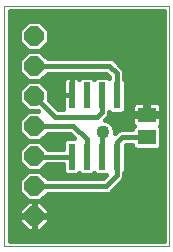
<source format=gtl>
G75*
G70*
%OFA0B0*%
%FSLAX24Y24*%
%IPPOS*%
%LPD*%
%AMOC8*
5,1,8,0,0,1.08239X$1,22.5*
%
%ADD10C,0.0000*%
%ADD11R,0.0236X0.0866*%
%ADD12R,0.0591X0.0512*%
%ADD13OC8,0.0640*%
%ADD14C,0.0160*%
%ADD15C,0.0400*%
%ADD16C,0.0436*%
D10*
X002530Y000181D02*
X008030Y000181D01*
X008030Y008181D01*
X002530Y008181D01*
X002530Y000181D01*
D11*
X004780Y003158D03*
X005280Y003158D03*
X005780Y003158D03*
X006280Y003158D03*
X006280Y005205D03*
X005780Y005205D03*
X005280Y005205D03*
X004780Y005205D03*
D12*
X007280Y004555D03*
X007280Y003807D03*
D13*
X003530Y004181D03*
X003530Y003181D03*
X003530Y002181D03*
X003530Y001181D03*
X003530Y005181D03*
X003530Y006181D03*
X003530Y007181D03*
D14*
X003896Y006840D02*
X007850Y006840D01*
X007850Y006682D02*
X003737Y006682D01*
X003737Y006681D02*
X004030Y006974D01*
X004030Y007389D01*
X003737Y007681D01*
X003323Y007681D01*
X003030Y007389D01*
X003030Y006974D01*
X003323Y006681D01*
X003030Y006389D01*
X003030Y005974D01*
X003323Y005681D01*
X003030Y005389D01*
X003030Y004974D01*
X003323Y004681D01*
X003030Y004389D01*
X003030Y003974D01*
X003323Y003681D01*
X003030Y003389D01*
X003030Y002974D01*
X003323Y002681D01*
X003030Y002389D01*
X003030Y001974D01*
X003323Y001681D01*
X003030Y001389D01*
X003030Y001201D01*
X003509Y001201D01*
X003509Y001161D01*
X003030Y001161D01*
X003030Y000974D01*
X002710Y000974D01*
X002710Y000816D02*
X003188Y000816D01*
X003323Y000681D02*
X003030Y000974D01*
X003030Y001133D02*
X002710Y001133D01*
X002710Y001291D02*
X003030Y001291D01*
X003091Y001450D02*
X002710Y001450D01*
X002710Y001608D02*
X003250Y001608D01*
X003323Y001681D02*
X003510Y001681D01*
X003510Y001202D01*
X003550Y001202D01*
X003550Y001681D01*
X003737Y001681D01*
X004030Y001389D01*
X004030Y001201D01*
X003550Y001201D01*
X003550Y001161D01*
X003550Y000681D01*
X003737Y000681D01*
X004030Y000974D01*
X004030Y001161D01*
X003550Y001161D01*
X003510Y001161D01*
X003510Y000681D01*
X003323Y000681D01*
X003510Y000816D02*
X003550Y000816D01*
X003550Y000974D02*
X003510Y000974D01*
X003510Y001133D02*
X003550Y001133D01*
X003550Y001291D02*
X003510Y001291D01*
X003510Y001450D02*
X003550Y001450D01*
X003550Y001608D02*
X003510Y001608D01*
X003323Y001681D02*
X003737Y001681D01*
X003977Y001921D01*
X005981Y001921D01*
X006077Y001961D01*
X006150Y002034D01*
X006500Y002384D01*
X006540Y002480D01*
X006540Y002583D01*
X006540Y002612D01*
X006578Y002650D01*
X006578Y003547D01*
X006804Y003547D01*
X006804Y003477D01*
X006910Y003371D01*
X007650Y003371D01*
X007755Y003477D01*
X007755Y004138D01*
X007711Y004181D01*
X007719Y004189D01*
X007743Y004230D01*
X007755Y004276D01*
X007755Y004507D01*
X007328Y004507D01*
X007328Y004603D01*
X007755Y004603D01*
X007755Y004835D01*
X007743Y004881D01*
X007719Y004922D01*
X007686Y004955D01*
X007644Y004979D01*
X007599Y004991D01*
X007328Y004991D01*
X007328Y004604D01*
X007232Y004604D01*
X007232Y004991D01*
X006961Y004991D01*
X006915Y004979D01*
X006874Y004955D01*
X006840Y004922D01*
X006817Y004881D01*
X006804Y004835D01*
X006804Y004603D01*
X007232Y004603D01*
X007232Y004507D01*
X006804Y004507D01*
X006804Y004276D01*
X006817Y004230D01*
X006840Y004189D01*
X006848Y004181D01*
X006804Y004138D01*
X006804Y004067D01*
X006507Y004067D01*
X006404Y004067D01*
X006308Y004028D01*
X006228Y003947D01*
X006228Y004061D01*
X006167Y004207D01*
X006055Y004319D01*
X005909Y004379D01*
X005895Y004379D01*
X006000Y004484D01*
X006040Y004580D01*
X006040Y004639D01*
X006087Y004592D01*
X006472Y004592D01*
X006578Y004697D01*
X006578Y005713D01*
X006540Y005751D01*
X006540Y005880D01*
X006540Y005983D01*
X006500Y006079D01*
X006177Y006402D01*
X006081Y006441D01*
X005978Y006441D01*
X003977Y006441D01*
X003737Y006681D01*
X003323Y006681D01*
X003737Y006681D01*
X003895Y006523D02*
X007850Y006523D01*
X007850Y006365D02*
X006214Y006365D01*
X006373Y006206D02*
X007850Y006206D01*
X007850Y006048D02*
X006513Y006048D01*
X006540Y005889D02*
X007850Y005889D01*
X007850Y005730D02*
X006560Y005730D01*
X006578Y005572D02*
X007850Y005572D01*
X007850Y005413D02*
X006578Y005413D01*
X006578Y005255D02*
X007850Y005255D01*
X007850Y005096D02*
X006578Y005096D01*
X006578Y004938D02*
X006856Y004938D01*
X006804Y004779D02*
X006578Y004779D01*
X006501Y004621D02*
X006804Y004621D01*
X006804Y004462D02*
X005978Y004462D01*
X006040Y004621D02*
X006058Y004621D01*
X005780Y004631D02*
X005630Y004481D01*
X004230Y004481D01*
X003530Y005181D01*
X003225Y004779D02*
X002710Y004779D01*
X002710Y004621D02*
X003262Y004621D01*
X003323Y004681D02*
X003662Y004681D01*
X003662Y004681D01*
X003323Y004681D01*
X003103Y004462D02*
X002710Y004462D01*
X002710Y004304D02*
X003030Y004304D01*
X003030Y004145D02*
X002710Y004145D01*
X002710Y003986D02*
X003030Y003986D01*
X003176Y003828D02*
X002710Y003828D01*
X002710Y003669D02*
X003311Y003669D01*
X003323Y003681D02*
X003737Y003681D01*
X004000Y003418D01*
X004482Y003418D01*
X004482Y003665D01*
X004587Y003771D01*
X004873Y003771D01*
X004722Y003921D01*
X003977Y003921D01*
X003737Y003681D01*
X003323Y003681D01*
X003152Y003511D02*
X002710Y003511D01*
X002710Y003352D02*
X003030Y003352D01*
X003030Y003194D02*
X002710Y003194D01*
X002710Y003035D02*
X003030Y003035D01*
X003127Y002877D02*
X002710Y002877D01*
X002710Y002718D02*
X003286Y002718D01*
X003323Y002681D02*
X003737Y002681D01*
X003977Y002441D01*
X005822Y002441D01*
X005925Y002545D01*
X005587Y002545D01*
X005530Y002602D01*
X005472Y002545D01*
X005087Y002545D01*
X005030Y002602D01*
X004972Y002545D01*
X004587Y002545D01*
X004482Y002650D01*
X004482Y002898D01*
X003953Y002898D01*
X003737Y002681D01*
X003323Y002681D01*
X003201Y002560D02*
X002710Y002560D01*
X002710Y002401D02*
X003042Y002401D01*
X003030Y002242D02*
X002710Y002242D01*
X002710Y002084D02*
X003030Y002084D01*
X003079Y001925D02*
X002710Y001925D01*
X002710Y001767D02*
X003237Y001767D01*
X003530Y002181D02*
X005930Y002181D01*
X006280Y002531D01*
X006280Y003158D01*
X006280Y003631D01*
X006456Y003807D01*
X007280Y003807D01*
X006804Y003511D02*
X006578Y003511D01*
X006578Y003352D02*
X007850Y003352D01*
X007850Y003511D02*
X007755Y003511D01*
X007755Y003669D02*
X007850Y003669D01*
X007850Y003828D02*
X007755Y003828D01*
X007755Y003986D02*
X007850Y003986D01*
X007850Y004145D02*
X007748Y004145D01*
X007755Y004304D02*
X007850Y004304D01*
X007850Y004462D02*
X007755Y004462D01*
X007755Y004621D02*
X007850Y004621D01*
X007850Y004779D02*
X007755Y004779D01*
X007703Y004938D02*
X007850Y004938D01*
X007328Y004938D02*
X007232Y004938D01*
X007232Y004779D02*
X007328Y004779D01*
X007328Y004621D02*
X007232Y004621D01*
X006804Y004304D02*
X006071Y004304D01*
X006193Y004145D02*
X006812Y004145D01*
X006267Y003986D02*
X006228Y003986D01*
X005830Y003981D02*
X005780Y003931D01*
X005780Y003158D01*
X005280Y003158D02*
X005280Y003731D01*
X004830Y004181D01*
X003530Y004181D01*
X003883Y003828D02*
X004816Y003828D01*
X004486Y003669D02*
X003749Y003669D01*
X003907Y003511D02*
X004482Y003511D01*
X004780Y003158D02*
X003530Y003158D01*
X003530Y003181D01*
X003932Y002877D02*
X004482Y002877D01*
X004482Y002718D02*
X003774Y002718D01*
X003859Y002560D02*
X004572Y002560D01*
X004987Y002560D02*
X005072Y002560D01*
X005487Y002560D02*
X005572Y002560D01*
X005991Y001925D02*
X007850Y001925D01*
X007850Y002084D02*
X006200Y002084D01*
X006359Y002242D02*
X007850Y002242D01*
X007850Y002401D02*
X006507Y002401D01*
X006540Y002560D02*
X007850Y002560D01*
X007850Y002718D02*
X006578Y002718D01*
X006578Y002877D02*
X007850Y002877D01*
X007850Y003035D02*
X006578Y003035D01*
X006578Y003194D02*
X007850Y003194D01*
X007850Y001767D02*
X003822Y001767D01*
X003810Y001608D02*
X007850Y001608D01*
X007850Y001450D02*
X003968Y001450D01*
X004030Y001291D02*
X007850Y001291D01*
X007850Y001133D02*
X004030Y001133D01*
X004030Y000974D02*
X007850Y000974D01*
X007850Y000816D02*
X003871Y000816D01*
X002710Y000657D02*
X007850Y000657D01*
X007850Y000499D02*
X002710Y000499D01*
X002710Y000361D02*
X007850Y000361D01*
X007850Y008001D01*
X002710Y008001D01*
X002710Y000361D01*
X005780Y004631D02*
X005780Y005205D01*
X006280Y005205D02*
X006280Y005931D01*
X006030Y006181D01*
X003530Y006181D01*
X003164Y006523D02*
X002710Y006523D01*
X002710Y006682D02*
X003322Y006682D01*
X003164Y006840D02*
X002710Y006840D01*
X002710Y006999D02*
X003030Y006999D01*
X003030Y007157D02*
X002710Y007157D01*
X002710Y007316D02*
X003030Y007316D01*
X003116Y007474D02*
X002710Y007474D01*
X002710Y007633D02*
X003274Y007633D01*
X003785Y007633D02*
X007850Y007633D01*
X007850Y007791D02*
X002710Y007791D01*
X002710Y007950D02*
X007850Y007950D01*
X007850Y007474D02*
X003944Y007474D01*
X004030Y007316D02*
X007850Y007316D01*
X007850Y007157D02*
X004030Y007157D01*
X004030Y006999D02*
X007850Y006999D01*
X006020Y005824D02*
X006020Y005771D01*
X005972Y005818D01*
X005587Y005818D01*
X005530Y005761D01*
X005472Y005818D01*
X005087Y005818D01*
X005030Y005761D01*
X005008Y005782D01*
X004967Y005806D01*
X004922Y005818D01*
X004780Y005818D01*
X004780Y005205D01*
X004780Y005205D01*
X004780Y005818D01*
X004638Y005818D01*
X004592Y005806D01*
X004551Y005782D01*
X004518Y005749D01*
X004494Y005708D01*
X004482Y005662D01*
X004482Y005205D01*
X004482Y004748D01*
X004484Y004741D01*
X004337Y004741D01*
X004030Y005049D01*
X004030Y005389D01*
X003737Y005681D01*
X003323Y005681D01*
X003737Y005681D01*
X003977Y005921D01*
X005922Y005921D01*
X006020Y005824D01*
X005954Y005889D02*
X003944Y005889D01*
X003786Y005730D02*
X004507Y005730D01*
X004482Y005572D02*
X003846Y005572D01*
X004005Y005413D02*
X004482Y005413D01*
X004482Y005255D02*
X004030Y005255D01*
X004030Y005096D02*
X004482Y005096D01*
X004482Y004938D02*
X004141Y004938D01*
X004300Y004779D02*
X004482Y004779D01*
X004482Y005205D02*
X004779Y005205D01*
X004779Y005205D01*
X004482Y005205D01*
X004780Y005255D02*
X004780Y005255D01*
X004780Y005413D02*
X004780Y005413D01*
X004780Y005572D02*
X004780Y005572D01*
X004780Y005730D02*
X004780Y005730D01*
X003274Y005730D02*
X002710Y005730D01*
X002710Y005572D02*
X003213Y005572D01*
X003055Y005413D02*
X002710Y005413D01*
X002710Y005255D02*
X003030Y005255D01*
X003030Y005096D02*
X002710Y005096D01*
X002710Y004938D02*
X003066Y004938D01*
X003115Y005889D02*
X002710Y005889D01*
X002710Y006048D02*
X003030Y006048D01*
X003030Y006206D02*
X002710Y006206D01*
X002710Y006365D02*
X003030Y006365D01*
D15*
X004230Y005681D03*
D16*
X005830Y003981D03*
M02*

</source>
